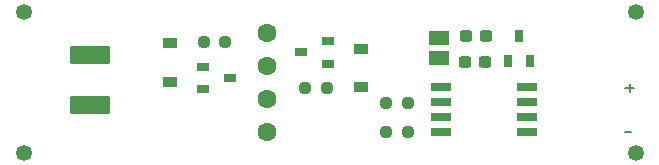
<source format=gbs>
%TF.GenerationSoftware,KiCad,Pcbnew,(6.0.4)*%
%TF.CreationDate,2022-06-19T16:10:13+03:00*%
%TF.ProjectId,Main_PCB_001,4d61696e-5f50-4434-925f-3030312e6b69,rev?*%
%TF.SameCoordinates,Original*%
%TF.FileFunction,Soldermask,Bot*%
%TF.FilePolarity,Negative*%
%FSLAX46Y46*%
G04 Gerber Fmt 4.6, Leading zero omitted, Abs format (unit mm)*
G04 Created by KiCad (PCBNEW (6.0.4)) date 2022-06-19 16:10:13*
%MOMM*%
%LPD*%
G01*
G04 APERTURE LIST*
G04 Aperture macros list*
%AMRoundRect*
0 Rectangle with rounded corners*
0 $1 Rounding radius*
0 $2 $3 $4 $5 $6 $7 $8 $9 X,Y pos of 4 corners*
0 Add a 4 corners polygon primitive as box body*
4,1,4,$2,$3,$4,$5,$6,$7,$8,$9,$2,$3,0*
0 Add four circle primitives for the rounded corners*
1,1,$1+$1,$2,$3*
1,1,$1+$1,$4,$5*
1,1,$1+$1,$6,$7*
1,1,$1+$1,$8,$9*
0 Add four rect primitives between the rounded corners*
20,1,$1+$1,$2,$3,$4,$5,0*
20,1,$1+$1,$4,$5,$6,$7,0*
20,1,$1+$1,$6,$7,$8,$9,0*
20,1,$1+$1,$8,$9,$2,$3,0*%
G04 Aperture macros list end*
%ADD10C,0.150000*%
%ADD11C,1.350000*%
%ADD12C,1.600000*%
%ADD13RoundRect,0.237500X-0.250000X-0.237500X0.250000X-0.237500X0.250000X0.237500X-0.250000X0.237500X0*%
%ADD14RoundRect,0.250000X-1.450000X0.537500X-1.450000X-0.537500X1.450000X-0.537500X1.450000X0.537500X0*%
%ADD15RoundRect,0.237500X0.300000X0.237500X-0.300000X0.237500X-0.300000X-0.237500X0.300000X-0.237500X0*%
%ADD16RoundRect,0.237500X0.250000X0.237500X-0.250000X0.237500X-0.250000X-0.237500X0.250000X-0.237500X0*%
%ADD17R,1.100000X0.650000*%
%ADD18R,1.800000X1.200000*%
%ADD19R,1.700000X0.650000*%
%ADD20R,1.220000X0.910000*%
%ADD21R,0.650000X1.100000*%
G04 APERTURE END LIST*
D10*
X152933400Y-107365800D02*
X152933400Y-106680000D01*
X152552400Y-107035600D02*
X153289000Y-107035600D01*
X152501600Y-110769400D02*
X153060400Y-110769400D01*
D11*
%TO.C,U2*%
X153416000Y-112522000D03*
%TD*%
D12*
%TO.C,D3*%
X122174000Y-105156000D03*
%TD*%
%TO.C,D1*%
X122174000Y-102362000D03*
%TD*%
%TO.C,D2*%
X122174000Y-107950000D03*
%TD*%
D11*
%TO.C,U5*%
X101600000Y-112522000D03*
%TD*%
%TO.C,U4*%
X153416000Y-100584000D03*
%TD*%
%TO.C,U3*%
X101600000Y-100584000D03*
%TD*%
D12*
%TO.C,D20*%
X122174000Y-110744000D03*
%TD*%
D13*
%TO.C,R1*%
X125429000Y-107010200D03*
X127254000Y-107010200D03*
%TD*%
D14*
%TO.C,C21*%
X107238800Y-104186900D03*
X107238800Y-108461900D03*
%TD*%
D15*
%TO.C,C22*%
X140689500Y-104775000D03*
X138964500Y-104775000D03*
%TD*%
D16*
%TO.C,R12*%
X134135500Y-108280200D03*
X132310500Y-108280200D03*
%TD*%
D17*
%TO.C,IC2*%
X116756800Y-107122000D03*
X116756800Y-105222000D03*
X119056800Y-106172000D03*
%TD*%
D18*
%TO.C,L10*%
X136728200Y-104507400D03*
X136728200Y-102807400D03*
%TD*%
D17*
%TO.C,IC1*%
X127390550Y-103047800D03*
X127390550Y-104947800D03*
X125090550Y-103997800D03*
%TD*%
D19*
%TO.C,U1*%
X144239000Y-106934000D03*
X144239000Y-108204000D03*
X144239000Y-109474000D03*
X144239000Y-110744000D03*
X136939000Y-110744000D03*
X136939000Y-109474000D03*
X136939000Y-108204000D03*
X136939000Y-106934000D03*
%TD*%
D20*
%TO.C,Z1*%
X130152150Y-103683600D03*
X130152150Y-106953600D03*
%TD*%
D16*
%TO.C,R2*%
X118666900Y-103124000D03*
X116841900Y-103124000D03*
%TD*%
D20*
%TO.C,Z2*%
X113995200Y-106486200D03*
X113995200Y-103216200D03*
%TD*%
D13*
%TO.C,R11*%
X132310500Y-110718600D03*
X134135500Y-110718600D03*
%TD*%
D15*
%TO.C,C23*%
X140740300Y-102590600D03*
X139015300Y-102590600D03*
%TD*%
D21*
%TO.C,IC6*%
X144495400Y-104707400D03*
X142575400Y-104707400D03*
X143535400Y-102607400D03*
%TD*%
M02*

</source>
